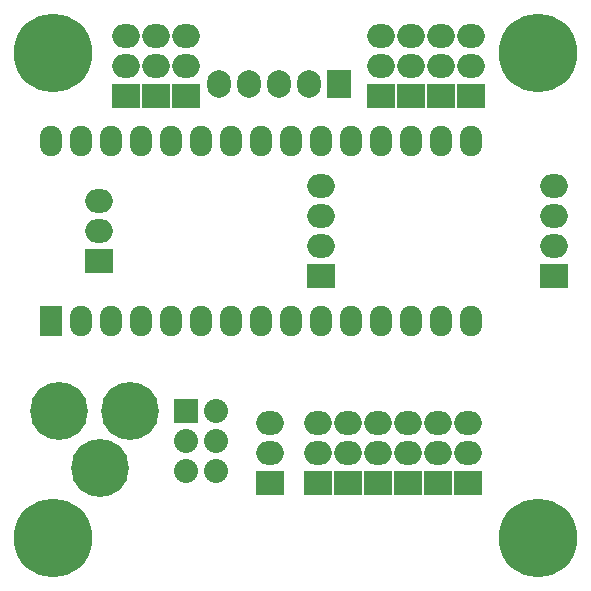
<source format=gbr>
G04 #@! TF.FileFunction,Soldermask,Bot*
%FSLAX46Y46*%
G04 Gerber Fmt 4.6, Leading zero omitted, Abs format (unit mm)*
G04 Created by KiCad (PCBNEW 4.0.1-stable) date 7/15/2016 9:23:23 PM*
%MOMM*%
G01*
G04 APERTURE LIST*
%ADD10C,0.150000*%
%ADD11R,1.879600X2.590800*%
%ADD12O,1.879600X2.590800*%
%ADD13C,6.654800*%
%ADD14C,4.904800*%
%ADD15R,2.336800X2.032000*%
%ADD16O,2.336800X2.032000*%
%ADD17R,2.032000X2.032000*%
%ADD18O,2.032000X2.032000*%
%ADD19R,2.032000X2.336800*%
%ADD20O,2.032000X2.336800*%
G04 APERTURE END LIST*
D10*
D11*
X3810000Y-26670000D03*
D12*
X6350000Y-26670000D03*
X8890000Y-26670000D03*
X11430000Y-26670000D03*
X13970000Y-26670000D03*
X16510000Y-26670000D03*
X19050000Y-26670000D03*
X21590000Y-26670000D03*
X24130000Y-26670000D03*
X26670000Y-26670000D03*
X29210000Y-26670000D03*
X31750000Y-26670000D03*
X34290000Y-26670000D03*
X36830000Y-26670000D03*
X39370000Y-26670000D03*
X39370000Y-11430000D03*
X36830000Y-11430000D03*
X34290000Y-11430000D03*
X31750000Y-11430000D03*
X29210000Y-11430000D03*
X26670000Y-11430000D03*
X24130000Y-11430000D03*
X21590000Y-11430000D03*
X19050000Y-11430000D03*
X16510000Y-11430000D03*
X13970000Y-11430000D03*
X11430000Y-11430000D03*
X8890000Y-11430000D03*
X6350000Y-11430000D03*
X3810000Y-11430000D03*
D13*
X4000000Y-45000000D03*
X45000000Y-45000000D03*
X45000000Y-4000000D03*
X4000000Y-4000000D03*
D14*
X4445000Y-34290000D03*
X10445000Y-34290000D03*
X7945000Y-39090000D03*
D15*
X26416000Y-40386000D03*
D16*
X26416000Y-37846000D03*
X26416000Y-35306000D03*
D15*
X28956000Y-40386000D03*
D16*
X28956000Y-37846000D03*
X28956000Y-35306000D03*
D15*
X31496000Y-40386000D03*
D16*
X31496000Y-37846000D03*
X31496000Y-35306000D03*
D15*
X34036000Y-40386000D03*
D16*
X34036000Y-37846000D03*
X34036000Y-35306000D03*
D15*
X36576000Y-40386000D03*
D16*
X36576000Y-37846000D03*
X36576000Y-35306000D03*
D15*
X39116000Y-40386000D03*
D16*
X39116000Y-37846000D03*
X39116000Y-35306000D03*
D17*
X15240000Y-34290000D03*
D18*
X17780000Y-34290000D03*
X15240000Y-36830000D03*
X17780000Y-36830000D03*
X15240000Y-39370000D03*
X17780000Y-39370000D03*
D15*
X10160000Y-7620000D03*
D16*
X10160000Y-5080000D03*
X10160000Y-2540000D03*
D15*
X12700000Y-7620000D03*
D16*
X12700000Y-5080000D03*
X12700000Y-2540000D03*
D15*
X15240000Y-7620000D03*
D16*
X15240000Y-5080000D03*
X15240000Y-2540000D03*
D15*
X31750000Y-7620000D03*
D16*
X31750000Y-5080000D03*
X31750000Y-2540000D03*
D15*
X34290000Y-7620000D03*
D16*
X34290000Y-5080000D03*
X34290000Y-2540000D03*
D15*
X36830000Y-7620000D03*
D16*
X36830000Y-5080000D03*
X36830000Y-2540000D03*
D15*
X39370000Y-7620000D03*
D16*
X39370000Y-5080000D03*
X39370000Y-2540000D03*
D15*
X46355000Y-22860000D03*
D16*
X46355000Y-20320000D03*
X46355000Y-17780000D03*
X46355000Y-15240000D03*
D19*
X28194000Y-6604000D03*
D20*
X25654000Y-6604000D03*
X23114000Y-6604000D03*
X20574000Y-6604000D03*
X18034000Y-6604000D03*
D15*
X26670000Y-22860000D03*
D16*
X26670000Y-20320000D03*
X26670000Y-17780000D03*
X26670000Y-15240000D03*
D15*
X22352000Y-40386000D03*
D16*
X22352000Y-37846000D03*
X22352000Y-35306000D03*
D15*
X7874000Y-21590000D03*
D16*
X7874000Y-19050000D03*
X7874000Y-16510000D03*
M02*

</source>
